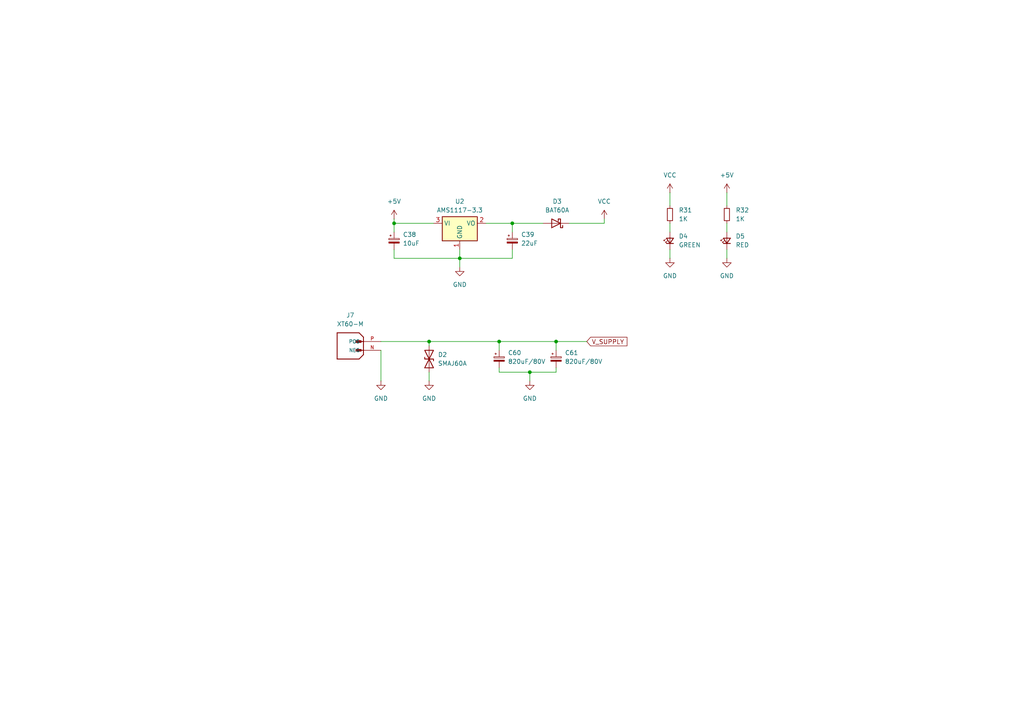
<source format=kicad_sch>
(kicad_sch (version 20231120) (generator "eeschema") (generator_version "8.0")
  (paper "A4")
  (lib_symbols
    (symbol "Device:C_Polarized_Small" (pin_numbers hide) (pin_names (offset 0.254) hide)
      (property "Reference" "C" (at 0.254 1.778 0))
      (property "Value" "C_Polarized_Small" (at 0.254 -2.032 0))
      (symbol "C_Polarized_Small_0_1"
        (rectangle (start -1.524 -0.3048) (end 1.524 -0.6858) (fill (type outline)))
        (rectangle (start -1.524 0.6858) (end 1.524 0.3048))
        (polyline (pts (xy -1.27 1.524) (xy -0.762 1.524)))
        (polyline (pts (xy -1.016 1.27) (xy -1.016 1.778)))
      )
      (symbol "C_Polarized_Small_1_1"
        (pin passive line (at 0 2.54 270) (length 1.8542) (name "~") (number "1"))
        (pin passive line (at 0 -2.54 90) (length 1.8542) (name "~") (number "2"))
      )
    )
    (symbol "Device:D_Schottky" (pin_numbers hide) (pin_names (offset 1.016) hide)
      (property "Reference" "D" (at 0 2.54 0))
      (property "Value" "D_Schottky" (at 0 -2.54 0))
      (symbol "D_Schottky_0_1"
        (polyline (pts (xy 1.27 0) (xy -1.27 0)))
        (polyline (pts (xy 1.27 1.27) (xy 1.27 -1.27) (xy -1.27 0) (xy 1.27 1.27)) (stroke (width 0.254)))
        (polyline (pts (xy -1.905 0.635) (xy -1.905 1.27) (xy -1.27 1.27) (xy -1.27 -1.27) (xy -0.635 -1.27) (xy -0.635 -0.635)) (stroke (width 0.254)))
      )
      (symbol "D_Schottky_1_1"
        (pin passive line (at -3.81 0 0) (length 2.54) (name "K") (number "1"))
        (pin passive line (at 3.81 0 180) (length 2.54) (name "A") (number "2"))
      )
    )
    (symbol "Device:D_TVS" (pin_numbers hide) (pin_names (offset 1.016) hide)
      (property "Reference" "D" (at 0 2.54 0))
      (property "Value" "D_TVS" (at 0 -2.54 0))
      (symbol "D_TVS_0_1"
        (polyline (pts (xy 1.27 0) (xy -1.27 0)))
        (polyline (pts (xy 0.508 1.27) (xy 0 1.27) (xy 0 -1.27) (xy -0.508 -1.27)) (stroke (width 0.254)))
        (polyline (pts (xy -2.54 1.27) (xy -2.54 -1.27) (xy 2.54 1.27) (xy 2.54 -1.27) (xy -2.54 1.27)) (stroke (width 0.254)))
      )
      (symbol "D_TVS_1_1"
        (pin passive line (at -3.81 0 0) (length 2.54) (name "A1") (number "1"))
        (pin passive line (at 3.81 0 180) (length 2.54) (name "A2") (number "2"))
      )
    )
    (symbol "Device:LED_Small" (pin_numbers hide) (pin_names (offset 0.254) hide)
      (property "Reference" "D" (at -1.27 3.175 0))
      (property "Value" "LED_Small" (at -4.445 -2.54 0))
      (symbol "LED_Small_0_1"
        (polyline (pts (xy -0.762 -1.016) (xy -0.762 1.016)) (stroke (width 0.254)))
        (polyline (pts (xy 1.016 0) (xy -0.762 0)))
        (polyline (pts (xy 0.762 -1.016) (xy -0.762 0) (xy 0.762 1.016) (xy 0.762 -1.016)) (stroke (width 0.254)))
        (polyline (pts (xy 0 0.762) (xy -0.508 1.27) (xy -0.254 1.27) (xy -0.508 1.27) (xy -0.508 1.016)))
        (polyline (pts (xy 0.508 1.27) (xy 0 1.778) (xy 0.254 1.778) (xy 0 1.778) (xy 0 1.524)))
      )
      (symbol "LED_Small_1_1"
        (pin passive line (at -2.54 0 0) (length 1.778) (name "K") (number "1"))
        (pin passive line (at 2.54 0 180) (length 1.778) (name "A") (number "2"))
      )
    )
    (symbol "Device:R_Small" (pin_numbers hide) (pin_names (offset 0.254) hide)
      (property "Reference" "R" (at 0.762 0.508 0))
      (property "Value" "R_Small" (at 0.762 -1.016 0))
      (symbol "R_Small_0_1"
        (rectangle (start -0.762 1.778) (end 0.762 -1.778) (stroke (width 0.2032)))
      )
      (symbol "R_Small_1_1"
        (pin passive line (at 0 2.54 270) (length 0.762) (name "~") (number "1"))
        (pin passive line (at 0 -2.54 90) (length 0.762) (name "~") (number "2"))
      )
    )
    (symbol "Regulator_Linear:AMS1117-3.3"
      (property "Reference" "U" (at -3.81 3.175 0))
      (property "Value" "AMS1117-3.3" (at 0 3.175 0))
      (symbol "AMS1117-3.3_0_1"
        (rectangle (start -5.08 -5.08) (end 5.08 1.905) (stroke (width 0.254)) (fill (type background)))
      )
      (symbol "AMS1117-3.3_1_1"
        (pin power_in line (at 0 -7.62 90) (length 2.54) (name "GND") (number "1"))
        (pin power_out line (at 7.62 0 180) (length 2.54) (name "VO") (number "2"))
        (pin power_in line (at -7.62 0 0) (length 2.54) (name "VI") (number "3"))
      )
    )
    (symbol "XT60-M:XT60-M" (pin_names (offset 1.016))
      (property "Reference" "J" (at 0 6.35 0))
      (property "Value" "XT60-M" (at 0 -5.08 0))
      (symbol "XT60-M_0_0"
        (polyline (pts (xy 0 -1.27) (xy 1.27 -2.54)) (stroke (width 0.254)))
        (polyline (pts (xy 0 0) (xy 1.905 0)) (stroke (width 0.254)))
        (polyline (pts (xy 0 2.54) (xy 0 -1.27)) (stroke (width 0.254)))
        (polyline (pts (xy 0 2.54) (xy 1.905 2.54)) (stroke (width 0.254)))
        (polyline (pts (xy 0 3.81) (xy 0 2.54)) (stroke (width 0.254)))
        (polyline (pts (xy 0 3.81) (xy 1.27 5.08)) (stroke (width 0.254)))
        (polyline (pts (xy 1.27 -2.54) (xy 7.62 -2.54)) (stroke (width 0.254)))
        (polyline (pts (xy 7.62 -2.54) (xy 7.62 5.08)) (stroke (width 0.254)))
        (polyline (pts (xy 7.62 5.08) (xy 1.27 5.08)) (stroke (width 0.254)))
        (rectangle (start 0.635 -0.3175) (end 2.2225 0.3175) (stroke (width 0.1)) (fill (type outline)))
        (rectangle (start 0.635 2.2225) (end 2.2225 2.8575) (stroke (width 0.1)) (fill (type outline)))
        (pin passive line (at -5.08 0 0) (length 5.08) (name "NEG") (number "N"))
        (pin passive line (at -5.08 2.54 0) (length 5.08) (name "POS") (number "P"))
      )
    )
    (symbol "power:+5V" (power) (pin_numbers hide) (pin_names (offset 0) hide)
      (property "Value" "+5V" (at 0 3.556 0))
      (symbol "+5V_0_1"
        (polyline (pts (xy -0.762 1.27) (xy 0 2.54)))
        (polyline (pts (xy 0 0) (xy 0 2.54)))
        (polyline (pts (xy 0 2.54) (xy 0.762 1.27)))
      )
      (symbol "+5V_1_1"
        (pin power_in line (at 0 0 90) (length 0) (name "~") (number "1"))
      )
    )
    (symbol "power:GND" (power) (pin_numbers hide) (pin_names (offset 0) hide)
      (property "Value" "GND" (at 0 -3.81 0))
      (symbol "GND_0_1"
        (polyline (pts (xy 0 0) (xy 0 -1.27) (xy 1.27 -1.27) (xy 0 -2.54) (xy -1.27 -1.27) (xy 0 -1.27)))
      )
      (symbol "GND_1_1"
        (pin power_in line (at 0 0 270) (length 0) (name "~") (number "1"))
      )
    )
    (symbol "power:VCC" (power) (pin_numbers hide) (pin_names (offset 0) hide)
      (property "Value" "VCC" (at 0 3.556 0))
      (symbol "VCC_0_1"
        (polyline (pts (xy -0.762 1.27) (xy 0 2.54)))
        (polyline (pts (xy 0 0) (xy 0 2.54)))
        (polyline (pts (xy 0 2.54) (xy 0.762 1.27)))
      )
      (symbol "VCC_1_1"
        (pin power_in line (at 0 0 90) (length 0) (name "~") (number "1"))
      )
    )
  )
  (junction (at 148.59 64.77))
  (junction (at 161.29 99.06))
  (junction (at 114.3 64.77))
  (junction (at 124.46 99.06))
  (junction (at 144.78 99.06))
  (junction (at 153.67 107.95))
  (junction (at 133.35 74.93))
  (wire (pts (xy 161.29 99.06) (xy 170.18 99.06)))
  (wire (pts (xy 124.46 100.33) (xy 124.46 99.06)))
  (wire (pts (xy 124.46 107.95) (xy 124.46 110.49)))
  (wire (pts (xy 133.35 72.39) (xy 133.35 74.93)))
  (wire (pts (xy 153.67 107.95) (xy 153.67 110.49)))
  (wire (pts (xy 114.3 67.31) (xy 114.3 64.77)))
  (wire (pts (xy 194.31 72.39) (xy 194.31 74.93)))
  (wire (pts (xy 148.59 64.77) (xy 157.48 64.77)))
  (wire (pts (xy 144.78 99.06) (xy 124.46 99.06)))
  (wire (pts (xy 210.82 55.88) (xy 210.82 59.69)))
  (wire (pts (xy 194.31 64.77) (xy 194.31 67.31)))
  (wire (pts (xy 161.29 107.95) (xy 161.29 106.68)))
  (wire (pts (xy 110.49 101.6) (xy 110.49 110.49)))
  (wire (pts (xy 140.97 64.77) (xy 148.59 64.77)))
  (wire (pts (xy 161.29 101.6) (xy 161.29 99.06)))
  (wire (pts (xy 153.67 107.95) (xy 161.29 107.95)))
  (wire (pts (xy 175.26 64.77) (xy 175.26 63.5)))
  (wire (pts (xy 124.46 99.06) (xy 110.49 99.06)))
  (wire (pts (xy 144.78 107.95) (xy 153.67 107.95)))
  (wire (pts (xy 144.78 101.6) (xy 144.78 99.06)))
  (wire (pts (xy 133.35 74.93) (xy 148.59 74.93)))
  (wire (pts (xy 114.3 74.93) (xy 133.35 74.93)))
  (wire (pts (xy 210.82 64.77) (xy 210.82 67.31)))
  (wire (pts (xy 210.82 72.39) (xy 210.82 74.93)))
  (wire (pts (xy 194.31 55.88) (xy 194.31 59.69)))
  (wire (pts (xy 114.3 63.5) (xy 114.3 64.77)))
  (wire (pts (xy 165.1 64.77) (xy 175.26 64.77)))
  (wire (pts (xy 114.3 72.39) (xy 114.3 74.93)))
  (wire (pts (xy 148.59 74.93) (xy 148.59 72.39)))
  (wire (pts (xy 114.3 64.77) (xy 125.73 64.77)))
  (wire (pts (xy 148.59 64.77) (xy 148.59 67.31)))
  (wire (pts (xy 144.78 99.06) (xy 161.29 99.06)))
  (wire (pts (xy 144.78 106.68) (xy 144.78 107.95)))
  (wire (pts (xy 133.35 74.93) (xy 133.35 77.47)))
  (global_label "V_SUPPLY" (shape input) (at 170.18 99.06 0) (property "Intersheetrefs" "${INTERSHEET_REFS}" (effects (hide yes))))
  (symbol (lib_id "Device:C_Polarized_Small") (at 161.29 104.14 0) (unit 1)
    (property "Reference" "C61" (at 163.83 102.3238 0) (effects (justify left)))
    (property "Value" "820uF/80V" (at 163.83 104.8638 0) (effects (justify left)))
    (property "Footprint" "Capacitor_THT:CP_Radial_D16.0mm_P7.50mm" (effects (hide yes)))
    (property "Description" "Polarized capacitor, small symbol" (effects (hide yes)))
  )
  (symbol (lib_id "Device:R_Small") (at 210.82 62.23 0) (unit 1)
    (property "Reference" "R32" (at 213.36 60.9599 0) (effects (justify left)))
    (property "Value" "1K" (at 213.36 63.4999 0) (effects (justify left)))
    (property "Footprint" "Resistor_SMD:R_0603_1608Metric" (effects (hide yes)))
    (property "Description" "Resistor, small symbol" (effects (hide yes)))
  )
  (symbol (lib_id "power:GND") (at 110.49 110.49 0) (unit 1)
    (property "Reference" "#PWR086" (effects (hide yes)))
    (property "Value" "GND" (at 110.49 115.57 0))
    (property "Description" "Power symbol creates a global label with name \"GND\" , ground" (effects (hide yes)))
  )
  (symbol (lib_id "Regulator_Linear:AMS1117-3.3") (at 133.35 64.77 0) (unit 1)
    (property "Reference" "U2" (at 133.35 58.42 0))
    (property "Value" "AMS1117-3.3" (at 133.35 60.96 0))
    (property "Footprint" "Package_TO_SOT_SMD:SOT-223-3_TabPin2" (effects (hide yes)))
    (property "Datasheet" "http://www.advanced-monolithic.com/pdf/ds1117.pdf" (effects (hide yes)))
    (property "Description" "1A Low Dropout regulator, positive, 3.3V fixed output, SOT-223" (effects (hide yes)))
  )
  (symbol (lib_id "Device:D_Schottky") (at 161.29 64.77 180) (unit 1)
    (property "Reference" "D3" (at 161.6075 58.42 0))
    (property "Value" "BAT60A" (at 161.6075 60.96 0))
    (property "Footprint" "Diode_SMD:D_SOD-323F" (effects (hide yes)))
    (property "Description" "Schottky diode" (effects (hide yes)))
  )
  (symbol (lib_id "Device:LED_Small") (at 210.82 69.85 90) (unit 1)
    (property "Reference" "D5" (at 213.36 68.5164 90) (effects (justify right)))
    (property "Value" "RED" (at 213.36 71.0564 90) (effects (justify right)))
    (property "Footprint" "LED_SMD:LED_0603_1608Metric_Pad1.05x0.95mm_HandSolder" (effects (hide yes)))
    (property "Description" "Light emitting diode, small symbol" (effects (hide yes)))
  )
  (symbol (lib_id "power:VCC") (at 175.26 63.5 0) (unit 1)
    (property "Reference" "#PWR037" (effects (hide yes)))
    (property "Value" "VCC" (at 175.26 58.42 0))
    (property "Description" "Power symbol creates a global label with name \"VCC\"" (effects (hide yes)))
  )
  (symbol (lib_id "power:GND") (at 210.82 74.93 0) (unit 1)
    (property "Reference" "#PWR067" (effects (hide yes)))
    (property "Value" "GND" (at 210.82 80.01 0))
    (property "Description" "Power symbol creates a global label with name \"GND\" , ground" (effects (hide yes)))
  )
  (symbol (lib_id "power:GND") (at 194.31 74.93 0) (unit 1)
    (property "Reference" "#PWR065" (effects (hide yes)))
    (property "Value" "GND" (at 194.31 80.01 0))
    (property "Description" "Power symbol creates a global label with name \"GND\" , ground" (effects (hide yes)))
  )
  (symbol (lib_id "Device:LED_Small") (at 194.31 69.85 90) (unit 1)
    (property "Reference" "D4" (at 196.85 68.5164 90) (effects (justify right)))
    (property "Value" "GREEN" (at 196.85 71.0564 90) (effects (justify right)))
    (property "Footprint" "LED_SMD:LED_0603_1608Metric_Pad1.05x0.95mm_HandSolder" (effects (hide yes)))
    (property "Description" "Light emitting diode, small symbol" (effects (hide yes)))
  )
  (symbol (lib_id "Device:C_Polarized_Small") (at 148.59 69.85 0) (unit 1)
    (property "Reference" "C39" (at 151.13 68.0338 0) (effects (justify left)))
    (property "Value" "22uF" (at 151.13 70.5738 0) (effects (justify left)))
    (property "Footprint" "Capacitor_SMD:C_0805_2012Metric" (effects (hide yes)))
    (property "Description" "Polarized capacitor, small symbol" (effects (hide yes)))
  )
  (symbol (lib_id "Device:C_Polarized_Small") (at 144.78 104.14 0) (unit 1)
    (property "Reference" "C60" (at 147.32 102.3238 0) (effects (justify left)))
    (property "Value" "820uF/80V" (at 147.32 104.8638 0) (effects (justify left)))
    (property "Footprint" "Capacitor_THT:CP_Radial_D16.0mm_P7.50mm" (effects (hide yes)))
    (property "Description" "Polarized capacitor, small symbol" (effects (hide yes)))
  )
  (symbol (lib_id "XT60-M:XT60-M") (at 105.41 101.6 0) (mirror y) (unit 1)
    (property "Reference" "J7" (at 101.6 91.44 0))
    (property "Value" "XT60-M" (at 101.6 93.98 0))
    (property "Footprint" "XT60-M:AMASS_XT60-M" (effects (hide yes)))
    (property "MF" "AMASS" (effects (hide yes)))
    (property "MAXIMUM_PACKAGE_HEIGHT" "16.00 mm" (effects (hide yes)))
    (property "Package" "Package" (effects (hide yes)))
    (property "Price" "None" (effects (hide yes)))
    (property "Check_prices" "https://www.snapeda.com/parts/XT60-M/AMASS/view-part/?ref=eda" (effects (hide yes)))
    (property "STANDARD" "IPC 7351B" (effects (hide yes)))
    (property "PARTREV" "V1.2" (effects (hide yes)))
    (property "SnapEDA_Link" "https://www.snapeda.com/parts/XT60-M/AMASS/view-part/?ref=snap" (effects (hide yes)))
    (property "MP" "XT60-M" (effects (hide yes)))
    (property "Description_1" "\n                        \n                            Plug; DC supply; XT60; male; PIN: 2; for cable; soldered; 30A; 500V\n                        \n" (effects (hide yes)))
    (property "Availability" "Not in stock" (effects (hide yes)))
    (property "MANUFACTURER" "AMASS" (effects (hide yes)))
  )
  (symbol (lib_id "power:+5V") (at 114.3 63.5 0) (unit 1)
    (property "Reference" "#PWR036" (effects (hide yes)))
    (property "Value" "+5V" (at 114.3 58.42 0))
    (property "Description" "Power symbol creates a global label with name \"+5V\"" (effects (hide yes)))
  )
  (symbol (lib_id "power:GND") (at 153.67 110.49 0) (unit 1)
    (property "Reference" "#PWR087" (effects (hide yes)))
    (property "Value" "GND" (at 153.67 115.57 0))
    (property "Description" "Power symbol creates a global label with name \"GND\" , ground" (effects (hide yes)))
  )
  (symbol (lib_id "Device:C_Polarized_Small") (at 114.3 69.85 0) (unit 1)
    (property "Reference" "C38" (at 116.84 68.0338 0) (effects (justify left)))
    (property "Value" "10uF" (at 116.84 70.5738 0) (effects (justify left)))
    (property "Footprint" "Capacitor_SMD:C_0805_2012Metric" (effects (hide yes)))
    (property "Description" "Polarized capacitor, small symbol" (effects (hide yes)))
  )
  (symbol (lib_id "Device:R_Small") (at 194.31 62.23 0) (unit 1)
    (property "Reference" "R31" (at 196.85 60.9599 0) (effects (justify left)))
    (property "Value" "1K" (at 196.85 63.4999 0) (effects (justify left)))
    (property "Footprint" "Resistor_SMD:R_0603_1608Metric" (effects (hide yes)))
    (property "Description" "Resistor, small symbol" (effects (hide yes)))
  )
  (symbol (lib_id "power:GND") (at 133.35 77.47 0) (unit 1)
    (property "Reference" "#PWR035" (effects (hide yes)))
    (property "Value" "GND" (at 133.35 82.55 0))
    (property "Description" "Power symbol creates a global label with name \"GND\" , ground" (effects (hide yes)))
  )
  (symbol (lib_id "power:GND") (at 124.46 110.49 0) (unit 1)
    (property "Reference" "#PWR085" (effects (hide yes)))
    (property "Value" "GND" (at 124.46 115.57 0))
    (property "Description" "Power symbol creates a global label with name \"GND\" , ground" (effects (hide yes)))
  )
  (symbol (lib_id "power:+5V") (at 210.82 55.88 0) (unit 1)
    (property "Reference" "#PWR068" (effects (hide yes)))
    (property "Value" "+5V" (at 210.82 50.8 0))
    (property "Description" "Power symbol creates a global label with name \"+5V\"" (effects (hide yes)))
  )
  (symbol (lib_id "Device:D_TVS") (at 124.46 104.14 90) (unit 1)
    (property "Reference" "D2" (at 127 102.8699 90) (effects (justify right)))
    (property "Value" "SMAJ60A" (at 127 105.4099 90) (effects (justify right)))
    (property "Footprint" "Diode_SMD:D_SMA" (effects (hide yes)))
    (property "Description" "Bidirectional transient-voltage-suppression diode" (effects (hide yes)))
  )
  (symbol (lib_id "power:VCC") (at 194.31 55.88 0) (unit 1)
    (property "Reference" "#PWR064" (effects (hide yes)))
    (property "Value" "VCC" (at 194.31 50.8 0))
    (property "Description" "Power symbol creates a global label with name \"VCC\"" (effects (hide yes)))
  )
)
</source>
